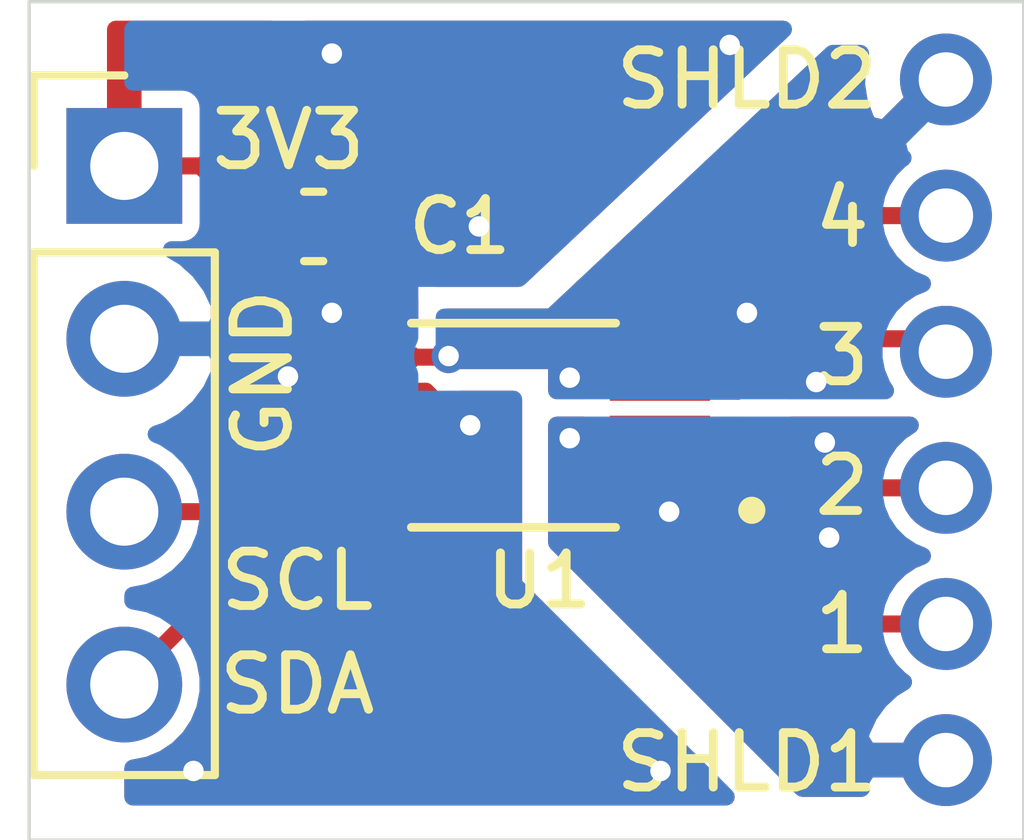
<source format=kicad_pcb>
(kicad_pcb (version 20171130) (host pcbnew "(5.1.10)-1")

  (general
    (thickness 1.6)
    (drawings 14)
    (tracks 52)
    (zones 0)
    (modules 4)
    (nets 11)
  )

  (page A4)
  (layers
    (0 F.Cu signal)
    (31 B.Cu signal)
    (32 B.Adhes user)
    (33 F.Adhes user)
    (34 B.Paste user)
    (35 F.Paste user)
    (36 B.SilkS user)
    (37 F.SilkS user)
    (38 B.Mask user)
    (39 F.Mask user)
    (40 Dwgs.User user)
    (41 Cmts.User user)
    (42 Eco1.User user)
    (43 Eco2.User user)
    (44 Edge.Cuts user)
    (45 Margin user)
    (46 B.CrtYd user hide)
    (47 F.CrtYd user hide)
    (48 B.Fab user hide)
    (49 F.Fab user hide)
  )

  (setup
    (last_trace_width 0.25)
    (trace_clearance 0.2)
    (zone_clearance 0.254)
    (zone_45_only no)
    (trace_min 0.2)
    (via_size 0.5)
    (via_drill 0.3)
    (via_min_size 0.4)
    (via_min_drill 0.3)
    (uvia_size 0.3)
    (uvia_drill 0.1)
    (uvias_allowed no)
    (uvia_min_size 0.2)
    (uvia_min_drill 0.1)
    (edge_width 0.05)
    (segment_width 0.2)
    (pcb_text_width 0.3)
    (pcb_text_size 1.5 1.5)
    (mod_edge_width 0.12)
    (mod_text_size 1 1)
    (mod_text_width 0.15)
    (pad_size 1.524 1.524)
    (pad_drill 0.762)
    (pad_to_mask_clearance 0)
    (aux_axis_origin 0 0)
    (visible_elements FFFFFF7F)
    (pcbplotparams
      (layerselection 0x010fc_ffffffff)
      (usegerberextensions false)
      (usegerberattributes true)
      (usegerberadvancedattributes true)
      (creategerberjobfile true)
      (excludeedgelayer true)
      (linewidth 0.100000)
      (plotframeref false)
      (viasonmask false)
      (mode 1)
      (useauxorigin false)
      (hpglpennumber 1)
      (hpglpenspeed 20)
      (hpglpendiameter 15.000000)
      (psnegative false)
      (psa4output false)
      (plotreference true)
      (plotvalue true)
      (plotinvisibletext false)
      (padsonsilk false)
      (subtractmaskfromsilk false)
      (outputformat 1)
      (mirror false)
      (drillshape 0)
      (scaleselection 1)
      (outputdirectory "gerbers/"))
  )

  (net 0 "")
  (net 1 GND)
  (net 2 +3V3)
  (net 3 SDA)
  (net 4 SCL)
  (net 5 SHLD1)
  (net 6 CIN1)
  (net 7 CIN2)
  (net 8 CIN3)
  (net 9 CIN4)
  (net 10 SHLD2)

  (net_class Default "This is the default net class."
    (clearance 0.2)
    (trace_width 0.25)
    (via_dia 0.5)
    (via_drill 0.3)
    (uvia_dia 0.3)
    (uvia_drill 0.1)
    (add_net +3V3)
    (add_net CIN1)
    (add_net CIN2)
    (add_net CIN3)
    (add_net CIN4)
    (add_net GND)
    (add_net SCL)
    (add_net SDA)
    (add_net SHLD1)
    (add_net SHLD2)
  )

  (module Connector_PinHeader_2.00mm:PinHeader_1x06_P2.00mm_Vertical (layer F.Cu) (tedit 6102FD09) (tstamp 61035FFF)
    (at 146.685 99.06)
    (descr "Through hole straight pin header, 1x06, 2.00mm pitch, single row")
    (tags "Through hole pin header THT 1x06 2.00mm single row")
    (path /610307C9)
    (fp_text reference J2 (at 0 -2.06) (layer F.SilkS) hide
      (effects (font (size 1 1) (thickness 0.15)))
    )
    (fp_text value Sense (at 0 12.06) (layer F.Fab)
      (effects (font (size 1 1) (thickness 0.15)))
    )
    (fp_text user %R (at 0 5 90) (layer F.Fab)
      (effects (font (size 1 1) (thickness 0.15)))
    )
    (pad 6 thru_hole oval (at 0 10) (size 1.35 1.35) (drill 0.8) (layers *.Cu *.Mask)
      (net 5 SHLD1))
    (pad 5 thru_hole oval (at 0 8) (size 1.35 1.35) (drill 0.8) (layers *.Cu *.Mask)
      (net 6 CIN1))
    (pad 4 thru_hole oval (at 0 6) (size 1.35 1.35) (drill 0.8) (layers *.Cu *.Mask)
      (net 7 CIN2))
    (pad 3 thru_hole oval (at 0 4) (size 1.35 1.35) (drill 0.8) (layers *.Cu *.Mask)
      (net 8 CIN3))
    (pad 2 thru_hole oval (at 0 2) (size 1.35 1.35) (drill 0.8) (layers *.Cu *.Mask)
      (net 9 CIN4))
    (pad 1 thru_hole circle (at 0 0) (size 1.35 1.35) (drill 0.8) (layers *.Cu *.Mask)
      (net 10 SHLD2))
    (model ${KISYS3DMOD}/Connector_PinHeader_2.00mm.3dshapes/PinHeader_1x06_P2.00mm_Vertical.wrl
      (at (xyz 0 0 0))
      (scale (xyz 1 1 1))
      (rotate (xyz 0 0 0))
    )
  )

  (module FDC1004DGSR:SOP50P490X110-10N (layer F.Cu) (tedit 6102DAFA) (tstamp 61035307)
    (at 140.335 104.14 180)
    (path /6102DEA1)
    (fp_text reference U1 (at -0.381 -2.286) (layer F.SilkS)
      (effects (font (size 0.75 0.75) (thickness 0.13)))
    )
    (fp_text value FDC1004DGSR (at 5.636 2.508) (layer F.Fab) hide
      (effects (font (size 0.8 0.8) (thickness 0.15)))
    )
    (fp_circle (center -3.5 -1.25) (end -3.4 -1.25) (layer F.SilkS) (width 0.2))
    (fp_circle (center -3.5 -1.25) (end -3.4 -1.25) (layer F.Fab) (width 0.2))
    (fp_line (start -1.5 -1.5) (end 1.5 -1.5) (layer F.Fab) (width 0.127))
    (fp_line (start -1.5 1.5) (end 1.5 1.5) (layer F.Fab) (width 0.127))
    (fp_line (start -1.5 -1.5) (end 1.5 -1.5) (layer F.SilkS) (width 0.127))
    (fp_line (start -1.5 1.5) (end 1.5 1.5) (layer F.SilkS) (width 0.127))
    (fp_line (start -1.5 -1.5) (end -1.5 1.5) (layer F.Fab) (width 0.127))
    (fp_line (start 1.5 -1.5) (end 1.5 1.5) (layer F.Fab) (width 0.127))
    (fp_line (start -3.135 -1.75) (end 3.135 -1.75) (layer F.CrtYd) (width 0.05))
    (fp_line (start -3.135 1.75) (end 3.135 1.75) (layer F.CrtYd) (width 0.05))
    (fp_line (start -3.135 -1.75) (end -3.135 1.75) (layer F.CrtYd) (width 0.05))
    (fp_line (start 3.135 -1.75) (end 3.135 1.75) (layer F.CrtYd) (width 0.05))
    (pad 10 smd rect (at 2.15 -1 180) (size 1.47 0.28) (layers F.Cu F.Paste F.Mask)
      (net 3 SDA))
    (pad 9 smd rect (at 2.15 -0.5 180) (size 1.47 0.28) (layers F.Cu F.Paste F.Mask)
      (net 4 SCL))
    (pad 8 smd rect (at 2.15 0 180) (size 1.47 0.28) (layers F.Cu F.Paste F.Mask)
      (net 2 +3V3))
    (pad 7 smd rect (at 2.15 0.5 180) (size 1.47 0.28) (layers F.Cu F.Paste F.Mask)
      (net 1 GND))
    (pad 6 smd rect (at 2.15 1 180) (size 1.47 0.28) (layers F.Cu F.Paste F.Mask)
      (net 10 SHLD2))
    (pad 5 smd rect (at -2.15 1 180) (size 1.47 0.28) (layers F.Cu F.Paste F.Mask)
      (net 9 CIN4))
    (pad 4 smd rect (at -2.15 0.5 180) (size 1.47 0.28) (layers F.Cu F.Paste F.Mask)
      (net 8 CIN3))
    (pad 3 smd rect (at -2.15 0 180) (size 1.47 0.28) (layers F.Cu F.Paste F.Mask)
      (net 7 CIN2))
    (pad 2 smd rect (at -2.15 -0.5 180) (size 1.47 0.28) (layers F.Cu F.Paste F.Mask)
      (net 6 CIN1))
    (pad 1 smd rect (at -2.15 -1 180) (size 1.47 0.28) (layers F.Cu F.Paste F.Mask)
      (net 5 SHLD1))
  )

  (module Connector_PinHeader_2.54mm:PinHeader_1x04_P2.54mm_Vertical (layer F.Cu) (tedit 59FED5CC) (tstamp 610353D7)
    (at 134.62 100.33)
    (descr "Through hole straight pin header, 1x04, 2.54mm pitch, single row")
    (tags "Through hole pin header THT 1x04 2.54mm single row")
    (path /61032953)
    (fp_text reference J1 (at 0 -2.33) (layer F.SilkS) hide
      (effects (font (size 1 1) (thickness 0.15)))
    )
    (fp_text value Breakout (at 0 9.95) (layer F.Fab)
      (effects (font (size 1 1) (thickness 0.15)))
    )
    (fp_text user %R (at 0 3.81 90) (layer F.Fab)
      (effects (font (size 1 1) (thickness 0.15)))
    )
    (fp_line (start -0.635 -1.27) (end 1.27 -1.27) (layer F.Fab) (width 0.1))
    (fp_line (start 1.27 -1.27) (end 1.27 8.89) (layer F.Fab) (width 0.1))
    (fp_line (start 1.27 8.89) (end -1.27 8.89) (layer F.Fab) (width 0.1))
    (fp_line (start -1.27 8.89) (end -1.27 -0.635) (layer F.Fab) (width 0.1))
    (fp_line (start -1.27 -0.635) (end -0.635 -1.27) (layer F.Fab) (width 0.1))
    (fp_line (start -1.33 8.95) (end 1.33 8.95) (layer F.SilkS) (width 0.12))
    (fp_line (start -1.33 1.27) (end -1.33 8.95) (layer F.SilkS) (width 0.12))
    (fp_line (start 1.33 1.27) (end 1.33 8.95) (layer F.SilkS) (width 0.12))
    (fp_line (start -1.33 1.27) (end 1.33 1.27) (layer F.SilkS) (width 0.12))
    (fp_line (start -1.33 0) (end -1.33 -1.33) (layer F.SilkS) (width 0.12))
    (fp_line (start -1.33 -1.33) (end 0 -1.33) (layer F.SilkS) (width 0.12))
    (fp_line (start -1.8 -1.8) (end -1.8 9.4) (layer F.CrtYd) (width 0.05))
    (fp_line (start -1.8 9.4) (end 1.8 9.4) (layer F.CrtYd) (width 0.05))
    (fp_line (start 1.8 9.4) (end 1.8 -1.8) (layer F.CrtYd) (width 0.05))
    (fp_line (start 1.8 -1.8) (end -1.8 -1.8) (layer F.CrtYd) (width 0.05))
    (pad 4 thru_hole oval (at 0 7.62) (size 1.7 1.7) (drill 1) (layers *.Cu *.Mask)
      (net 3 SDA))
    (pad 3 thru_hole oval (at 0 5.08) (size 1.7 1.7) (drill 1) (layers *.Cu *.Mask)
      (net 4 SCL))
    (pad 2 thru_hole oval (at 0 2.54) (size 1.7 1.7) (drill 1) (layers *.Cu *.Mask)
      (net 1 GND))
    (pad 1 thru_hole rect (at 0 0) (size 1.7 1.7) (drill 1) (layers *.Cu *.Mask)
      (net 2 +3V3))
    (model ${KISYS3DMOD}/Connector_PinHeader_2.54mm.3dshapes/PinHeader_1x04_P2.54mm_Vertical.wrl
      (at (xyz 0 0 0))
      (scale (xyz 1 1 1))
      (rotate (xyz 0 0 0))
    )
  )

  (module Capacitor_SMD:C_0603_1608Metric (layer F.Cu) (tedit 5F68FEEE) (tstamp 610368AC)
    (at 137.401 101.219)
    (descr "Capacitor SMD 0603 (1608 Metric), square (rectangular) end terminal, IPC_7351 nominal, (Body size source: IPC-SM-782 page 76, https://www.pcb-3d.com/wordpress/wp-content/uploads/ipc-sm-782a_amendment_1_and_2.pdf), generated with kicad-footprint-generator")
    (tags capacitor)
    (path /61034255)
    (attr smd)
    (fp_text reference C1 (at 2.146 0) (layer F.SilkS)
      (effects (font (size 0.75 0.75) (thickness 0.13)))
    )
    (fp_text value 1u (at 0 1.43) (layer F.Fab) hide
      (effects (font (size 1 1) (thickness 0.15)))
    )
    (fp_text user %R (at 0 0) (layer F.Fab)
      (effects (font (size 0.4 0.4) (thickness 0.06)))
    )
    (fp_line (start -0.8 0.4) (end -0.8 -0.4) (layer F.Fab) (width 0.1))
    (fp_line (start -0.8 -0.4) (end 0.8 -0.4) (layer F.Fab) (width 0.1))
    (fp_line (start 0.8 -0.4) (end 0.8 0.4) (layer F.Fab) (width 0.1))
    (fp_line (start 0.8 0.4) (end -0.8 0.4) (layer F.Fab) (width 0.1))
    (fp_line (start -0.14058 -0.51) (end 0.14058 -0.51) (layer F.SilkS) (width 0.12))
    (fp_line (start -0.14058 0.51) (end 0.14058 0.51) (layer F.SilkS) (width 0.12))
    (fp_line (start -1.48 0.73) (end -1.48 -0.73) (layer F.CrtYd) (width 0.05))
    (fp_line (start -1.48 -0.73) (end 1.48 -0.73) (layer F.CrtYd) (width 0.05))
    (fp_line (start 1.48 -0.73) (end 1.48 0.73) (layer F.CrtYd) (width 0.05))
    (fp_line (start 1.48 0.73) (end -1.48 0.73) (layer F.CrtYd) (width 0.05))
    (pad 2 smd roundrect (at 0.775 0) (size 0.9 0.95) (layers F.Cu F.Paste F.Mask) (roundrect_rratio 0.25)
      (net 1 GND))
    (pad 1 smd roundrect (at -0.775 0) (size 0.9 0.95) (layers F.Cu F.Paste F.Mask) (roundrect_rratio 0.25)
      (net 2 +3V3))
    (model ${KISYS3DMOD}/Capacitor_SMD.3dshapes/C_0603_1608Metric.wrl
      (at (xyz 0 0 0))
      (scale (xyz 1 1 1))
      (rotate (xyz 0 0 0))
    )
  )

  (gr_text 1 (at 145.161 107.061) (layer F.SilkS) (tstamp 610365B7)
    (effects (font (size 0.8 0.8) (thickness 0.13)))
  )
  (gr_text 2 (at 145.161 105.029) (layer F.SilkS) (tstamp 610365B7)
    (effects (font (size 0.8 0.8) (thickness 0.13)))
  )
  (gr_text 3 (at 145.161 103.124) (layer F.SilkS) (tstamp 610365B7)
    (effects (font (size 0.8 0.8) (thickness 0.13)))
  )
  (gr_text 4 (at 145.161 101.092) (layer F.SilkS) (tstamp 6103659C)
    (effects (font (size 0.8 0.8) (thickness 0.13)))
  )
  (gr_text SHLD1 (at 143.764 109.093) (layer F.SilkS) (tstamp 610365A2)
    (effects (font (size 0.8 0.8) (thickness 0.13)))
  )
  (gr_text SHLD2 (at 143.764 99.06) (layer F.SilkS)
    (effects (font (size 0.8 0.8) (thickness 0.13)))
  )
  (gr_text SDA (at 137.16 107.95) (layer F.SilkS) (tstamp 6103628C)
    (effects (font (size 0.8 0.8) (thickness 0.13)))
  )
  (gr_text SCL (at 137.16 106.426) (layer F.SilkS) (tstamp 6103628C)
    (effects (font (size 0.8 0.8) (thickness 0.13)))
  )
  (gr_text 3V3 (at 137.033 99.949) (layer F.SilkS)
    (effects (font (size 0.8 0.8) (thickness 0.13)))
  )
  (gr_text GND (at 136.652 103.378 90) (layer F.SilkS)
    (effects (font (size 0.8 0.8) (thickness 0.13)))
  )
  (gr_line (start 133.223 110.236) (end 133.223 97.917) (layer Edge.Cuts) (width 0.05) (tstamp 61035F6E))
  (gr_line (start 147.828 110.236) (end 133.223 110.236) (layer Edge.Cuts) (width 0.05))
  (gr_line (start 147.828 97.917) (end 147.828 110.236) (layer Edge.Cuts) (width 0.05))
  (gr_line (start 147.828 97.917) (end 133.223 97.917) (layer Edge.Cuts) (width 0.05))

  (via (at 139.827 101.219) (size 0.5) (drill 0.3) (layers F.Cu B.Cu) (net 1))
  (via (at 143.51 98.552) (size 0.5) (drill 0.3) (layers F.Cu B.Cu) (net 1))
  (via (at 137.668 98.679) (size 0.5) (drill 0.3) (layers F.Cu B.Cu) (net 1))
  (via (at 135.636 109.22) (size 0.5) (drill 0.3) (layers F.Cu B.Cu) (net 1))
  (via (at 142.494 109.22) (size 0.5) (drill 0.3) (layers F.Cu B.Cu) (net 1))
  (via (at 137.668 102.489) (size 0.5) (drill 0.3) (layers F.Cu B.Cu) (net 1) (status 1000000))
  (segment (start 139.547498 104.14) (end 139.7 104.14) (width 0.25) (layer F.Cu) (net 1) (status 1000000))
  (segment (start 138.185 103.64) (end 139.047498 103.64) (width 0.25) (layer F.Cu) (net 1) (status 1000000))
  (segment (start 139.047498 103.64) (end 139.547498 104.14) (width 0.25) (layer F.Cu) (net 1) (status 1000000))
  (via (at 139.7 104.14) (size 0.5) (drill 0.3) (layers F.Cu B.Cu) (net 1) (status 1000000))
  (segment (start 137.239617 103.64) (end 137.023683 103.424066) (width 0.25) (layer F.Cu) (net 1) (status 1000000))
  (segment (start 138.185 103.64) (end 137.239617 103.64) (width 0.25) (layer F.Cu) (net 1) (status 1000000))
  (via (at 137.023683 103.424066) (size 0.5) (drill 0.3) (layers F.Cu B.Cu) (net 1) (status 1000000))
  (segment (start 138.185 104.14) (end 136.652 104.14) (width 0.25) (layer F.Cu) (net 2) (status 1000000))
  (segment (start 134.62 100.33) (end 135.737 100.33) (width 0.25) (layer F.Cu) (net 2) (status 1000000))
  (segment (start 135.763 100.33) (end 136.017 100.076) (width 0.25) (layer F.Cu) (net 2) (status 1000000))
  (segment (start 134.62 100.33) (end 135.763 100.33) (width 0.25) (layer F.Cu) (net 2))
  (segment (start 135.737 100.33) (end 136.626 101.219) (width 0.25) (layer F.Cu) (net 2))
  (segment (start 137.43 105.14) (end 138.185 105.14) (width 0.25) (layer F.Cu) (net 3))
  (segment (start 134.62 107.95) (end 137.43 105.14) (width 0.25) (layer F.Cu) (net 3))
  (segment (start 134.62 105.41) (end 135.89 105.41) (width 0.25) (layer F.Cu) (net 4))
  (segment (start 136.66 104.64) (end 138.185 104.64) (width 0.25) (layer F.Cu) (net 4))
  (segment (start 135.89 105.41) (end 136.66 104.64) (width 0.25) (layer F.Cu) (net 4))
  (via (at 142.621 105.41) (size 0.5) (drill 0.3) (layers F.Cu B.Cu) (net 5))
  (segment (start 142.485 105.274) (end 142.621 105.41) (width 0.25) (layer F.Cu) (net 5))
  (segment (start 142.485 105.14) (end 142.485 105.274) (width 0.25) (layer F.Cu) (net 5))
  (via (at 144.9705 105.791) (size 0.5) (drill 0.3) (layers F.Cu B.Cu) (net 5))
  (via (at 144.907 104.394) (size 0.5) (drill 0.3) (layers F.Cu B.Cu) (net 5))
  (via (at 141.1605 104.3305) (size 0.5) (drill 0.3) (layers F.Cu B.Cu) (net 5))
  (segment (start 144.8425 107.06) (end 146.685 107.06) (width 0.25) (layer F.Cu) (net 6))
  (segment (start 143.545001 105.762501) (end 144.8425 107.06) (width 0.25) (layer F.Cu) (net 6))
  (segment (start 143.545001 104.739999) (end 143.545001 105.762501) (width 0.25) (layer F.Cu) (net 6))
  (segment (start 143.445002 104.64) (end 143.545001 104.739999) (width 0.25) (layer F.Cu) (net 6))
  (segment (start 142.485 104.64) (end 143.445002 104.64) (width 0.25) (layer F.Cu) (net 6))
  (segment (start 145.257 105.06) (end 146.685 105.06) (width 0.25) (layer F.Cu) (net 7))
  (segment (start 144.6205 105.06) (end 145.257 105.06) (width 0.25) (layer F.Cu) (net 7))
  (segment (start 143.7005 104.14) (end 144.6205 105.06) (width 0.25) (layer F.Cu) (net 7))
  (segment (start 142.485 104.14) (end 143.7005 104.14) (width 0.25) (layer F.Cu) (net 7))
  (segment (start 146.495 102.87) (end 146.685 103.06) (width 0.25) (layer F.Cu) (net 8))
  (segment (start 143.629 103.64) (end 144.399 102.87) (width 0.25) (layer F.Cu) (net 8))
  (segment (start 144.399 102.87) (end 146.495 102.87) (width 0.25) (layer F.Cu) (net 8))
  (segment (start 142.485 103.64) (end 143.629 103.64) (width 0.25) (layer F.Cu) (net 8))
  (segment (start 142.485 103.14) (end 142.485 102.8155) (width 0.25) (layer F.Cu) (net 9))
  (segment (start 144.2405 101.06) (end 145.764 101.06) (width 0.25) (layer F.Cu) (net 9))
  (segment (start 142.485 102.8155) (end 144.2405 101.06) (width 0.25) (layer F.Cu) (net 9))
  (segment (start 145.764 101.06) (end 146.685 101.06) (width 0.25) (layer F.Cu) (net 9))
  (via (at 139.3825 103.124) (size 0.5) (drill 0.3) (layers F.Cu B.Cu) (net 10))
  (segment (start 139.3665 103.14) (end 139.3825 103.124) (width 0.25) (layer F.Cu) (net 10))
  (segment (start 138.185 103.14) (end 139.3665 103.14) (width 0.25) (layer F.Cu) (net 10))
  (via (at 141.1605 103.4415) (size 0.5) (drill 0.3) (layers F.Cu B.Cu) (net 10))
  (via (at 143.764 102.489) (size 0.5) (drill 0.3) (layers F.Cu B.Cu) (net 10))
  (via (at 144.78 103.505) (size 0.5) (drill 0.3) (layers F.Cu B.Cu) (net 10))

  (zone (net 5) (net_name SHLD1) (layer B.Cu) (tstamp 61036980) (hatch edge 0.508)
    (connect_pads (clearance 0.254))
    (min_thickness 0.254)
    (fill yes (arc_segments 32) (thermal_gap 0.508) (thermal_bridge_width 0.508))
    (polygon
      (pts
        (xy 147.066 109.601) (xy 144.526 109.601) (xy 140.843 105.918) (xy 140.843 104.013) (xy 147.066 104.013)
      )
    )
    (filled_polygon
      (pts
        (xy 146.011839 104.239751) (xy 145.864751 104.386839) (xy 145.749185 104.559796) (xy 145.669581 104.751976) (xy 145.629 104.955993)
        (xy 145.629 105.164007) (xy 145.669581 105.368024) (xy 145.749185 105.560204) (xy 145.864751 105.733161) (xy 146.011839 105.880249)
        (xy 146.184796 105.995815) (xy 146.339751 106.06) (xy 146.184796 106.124185) (xy 146.011839 106.239751) (xy 145.864751 106.386839)
        (xy 145.749185 106.559796) (xy 145.669581 106.751976) (xy 145.629 106.955993) (xy 145.629 107.164007) (xy 145.669581 107.368024)
        (xy 145.749185 107.560204) (xy 145.864751 107.733161) (xy 146.011839 107.880249) (xy 146.061283 107.913286) (xy 145.895463 108.014656)
        (xy 145.706697 108.188773) (xy 145.555527 108.396371) (xy 145.447762 108.629472) (xy 145.41709 108.7306) (xy 145.540776 108.933)
        (xy 146.558 108.933) (xy 146.558 108.913) (xy 146.812 108.913) (xy 146.812 108.933) (xy 146.832 108.933)
        (xy 146.832 109.187) (xy 146.812 109.187) (xy 146.812 109.207) (xy 146.558 109.207) (xy 146.558 109.187)
        (xy 145.540776 109.187) (xy 145.41709 109.3894) (xy 145.442749 109.474) (xy 144.578606 109.474) (xy 140.97 105.865394)
        (xy 140.97 104.14) (xy 146.161127 104.14)
      )
    )
  )
  (zone (net 5) (net_name SHLD1) (layer F.Cu) (tstamp 6103697D) (hatch edge 0.508)
    (connect_pads (clearance 0.254))
    (min_thickness 0.254)
    (fill yes (arc_segments 32) (thermal_gap 0.508) (thermal_bridge_width 0.508))
    (polygon
      (pts
        (xy 147.066 109.601) (xy 144.526 109.601) (xy 140.843 105.918) (xy 140.843 104.013) (xy 147.066 104.013)
      )
    )
    (filled_polygon
      (pts
        (xy 141.367157 104.28) (xy 141.374513 104.354689) (xy 141.385224 104.39) (xy 141.374513 104.425311) (xy 141.367891 104.492551)
        (xy 141.305671 104.542062) (xy 141.224869 104.637545) (xy 141.164248 104.746958) (xy 141.126137 104.866094) (xy 141.115 104.96825)
        (xy 141.27375 105.127) (xy 141.590956 105.127) (xy 141.603492 105.133701) (xy 141.667112 105.153) (xy 141.27375 105.153)
        (xy 141.115 105.31175) (xy 141.126137 105.413906) (xy 141.164248 105.533042) (xy 141.224869 105.642455) (xy 141.305671 105.737938)
        (xy 141.403548 105.815823) (xy 141.514739 105.873117) (xy 141.634971 105.907618) (xy 141.759623 105.917999) (xy 142.19925 105.915)
        (xy 142.358 105.75625) (xy 142.358 105.162843) (xy 142.612 105.162843) (xy 142.612 105.75625) (xy 142.77075 105.915)
        (xy 143.063098 105.916994) (xy 143.075256 105.957075) (xy 143.075257 105.957076) (xy 143.122243 106.04498) (xy 143.185475 106.122028)
        (xy 143.204781 106.137872) (xy 144.467128 107.40022) (xy 144.482973 107.419527) (xy 144.560021 107.482759) (xy 144.647925 107.529745)
        (xy 144.743307 107.558678) (xy 144.8425 107.568448) (xy 144.867354 107.566) (xy 145.753058 107.566) (xy 145.864751 107.733161)
        (xy 146.011839 107.880249) (xy 146.061283 107.913286) (xy 145.895463 108.014656) (xy 145.706697 108.188773) (xy 145.555527 108.396371)
        (xy 145.447762 108.629472) (xy 145.41709 108.7306) (xy 145.540776 108.933) (xy 146.558 108.933) (xy 146.558 108.913)
        (xy 146.812 108.913) (xy 146.812 108.933) (xy 146.832 108.933) (xy 146.832 109.187) (xy 146.812 109.187)
        (xy 146.812 109.207) (xy 146.558 109.207) (xy 146.558 109.187) (xy 145.540776 109.187) (xy 145.41709 109.3894)
        (xy 145.442749 109.474) (xy 144.578606 109.474) (xy 140.97 105.865394) (xy 140.97 104.14) (xy 141.367157 104.14)
      )
    )
    (filled_polygon
      (pts
        (xy 144.245128 105.40022) (xy 144.260973 105.419527) (xy 144.338021 105.482759) (xy 144.425925 105.529745) (xy 144.499107 105.551944)
        (xy 144.521306 105.558678) (xy 144.531194 105.559652) (xy 144.595646 105.566) (xy 144.595653 105.566) (xy 144.620499 105.568447)
        (xy 144.645345 105.566) (xy 145.753058 105.566) (xy 145.864751 105.733161) (xy 146.011839 105.880249) (xy 146.184796 105.995815)
        (xy 146.339751 106.06) (xy 146.184796 106.124185) (xy 146.011839 106.239751) (xy 145.864751 106.386839) (xy 145.753058 106.554)
        (xy 145.052092 106.554) (xy 144.051001 105.55291) (xy 144.051001 105.206093)
      )
    )
    (filled_polygon
      (pts
        (xy 146.011839 104.239751) (xy 145.864751 104.386839) (xy 145.753058 104.554) (xy 144.830092 104.554) (xy 144.416091 104.14)
        (xy 146.161127 104.14)
      )
    )
  )
  (zone (net 10) (net_name SHLD2) (layer F.Cu) (tstamp 6103697A) (hatch edge 0.508)
    (connect_pads (clearance 0.254))
    (min_thickness 0.254)
    (fill yes (arc_segments 32) (thermal_gap 0.508) (thermal_bridge_width 0.508))
    (polygon
      (pts
        (xy 147.066 103.759) (xy 140.843 103.759) (xy 140.843 103.3145) (xy 139.192 103.3145) (xy 139.192 102.4255)
        (xy 140.843 102.4255) (xy 144.9705 98.552) (xy 147.066 98.552)
      )
    )
    (filled_polygon
      (pts
        (xy 145.381355 98.877633) (xy 145.370826 99.135465) (xy 145.4108 99.390398) (xy 145.499741 99.632633) (xy 145.550379 99.72737)
        (xy 145.7816 99.783795) (xy 146.505395 99.06) (xy 146.491253 99.045858) (xy 146.670858 98.866253) (xy 146.685 98.880395)
        (xy 146.699143 98.866253) (xy 146.878748 99.045858) (xy 146.864605 99.06) (xy 146.878748 99.074143) (xy 146.699143 99.253748)
        (xy 146.685 99.239605) (xy 145.961205 99.9634) (xy 146.01763 100.194621) (xy 146.05411 100.211507) (xy 146.011839 100.239751)
        (xy 145.864751 100.386839) (xy 145.753058 100.554) (xy 144.265354 100.554) (xy 144.2405 100.551552) (xy 144.215646 100.554)
        (xy 144.141307 100.561322) (xy 144.045925 100.590255) (xy 143.958021 100.637241) (xy 143.880973 100.700473) (xy 143.865128 100.71978)
        (xy 142.144781 102.440128) (xy 142.125474 102.455973) (xy 142.062242 102.533021) (xy 142.037127 102.580008) (xy 142.01727 102.617157)
        (xy 141.75 102.617157) (xy 141.675311 102.624513) (xy 141.603492 102.646299) (xy 141.537304 102.681678) (xy 141.479289 102.729289)
        (xy 141.431678 102.787304) (xy 141.396299 102.853492) (xy 141.374513 102.925311) (xy 141.367157 103) (xy 141.367157 103.28)
        (xy 141.374513 103.354689) (xy 141.385224 103.39) (xy 141.374513 103.425311) (xy 141.367157 103.5) (xy 141.367157 103.632)
        (xy 140.97 103.632) (xy 140.97 103.3145) (xy 140.96756 103.289724) (xy 140.960333 103.265899) (xy 140.948597 103.243943)
        (xy 140.932803 103.224697) (xy 140.913557 103.208903) (xy 140.891601 103.197167) (xy 140.867776 103.18994) (xy 140.843 103.1875)
        (xy 139.43075 103.1875) (xy 139.39625 103.153) (xy 139.319 103.153) (xy 139.319 103.127) (xy 139.39625 103.127)
        (xy 139.555 102.96825) (xy 139.543863 102.866094) (xy 139.505752 102.746958) (xy 139.445131 102.637545) (xy 139.373162 102.5525)
        (xy 140.843 102.5525) (xy 140.867776 102.55006) (xy 140.891601 102.542833) (xy 140.913557 102.531097) (xy 140.929908 102.518107)
        (xy 145.02076 98.679) (xy 145.429367 98.679)
      )
    )
    (filled_polygon
      (pts
        (xy 145.749185 103.560204) (xy 145.797157 103.632) (xy 144.352591 103.632) (xy 144.608592 103.376) (xy 145.672885 103.376)
      )
    )
    (filled_polygon
      (pts
        (xy 145.864751 101.733161) (xy 146.011839 101.880249) (xy 146.184796 101.995815) (xy 146.339751 102.06) (xy 146.184796 102.124185)
        (xy 146.011839 102.239751) (xy 145.88759 102.364) (xy 144.423845 102.364) (xy 144.398999 102.361553) (xy 144.374153 102.364)
        (xy 144.374146 102.364) (xy 144.309694 102.370348) (xy 144.299806 102.371322) (xy 144.277607 102.378056) (xy 144.204425 102.400255)
        (xy 144.116521 102.447241) (xy 144.039473 102.510473) (xy 144.023628 102.52978) (xy 143.598411 102.954998) (xy 143.595487 102.925311)
        (xy 143.573701 102.853492) (xy 143.538322 102.787304) (xy 143.490711 102.729289) (xy 143.432696 102.681678) (xy 143.368648 102.647443)
        (xy 144.450092 101.566) (xy 145.753058 101.566)
      )
    )
  )
  (zone (net 10) (net_name SHLD2) (layer B.Cu) (tstamp 61036977) (hatch edge 0.508)
    (connect_pads (clearance 0.254))
    (min_thickness 0.254)
    (fill yes (arc_segments 32) (thermal_gap 0.508) (thermal_bridge_width 0.508))
    (polygon
      (pts
        (xy 147.066 103.759) (xy 140.843 103.759) (xy 140.843 103.3145) (xy 139.192 103.3145) (xy 139.192 102.4255)
        (xy 140.843 102.4255) (xy 144.9705 98.552) (xy 147.066 98.552)
      )
    )
    (filled_polygon
      (pts
        (xy 145.381355 98.877633) (xy 145.370826 99.135465) (xy 145.4108 99.390398) (xy 145.499741 99.632633) (xy 145.550379 99.72737)
        (xy 145.7816 99.783795) (xy 146.505395 99.06) (xy 146.491253 99.045858) (xy 146.670858 98.866253) (xy 146.685 98.880395)
        (xy 146.699143 98.866253) (xy 146.878748 99.045858) (xy 146.864605 99.06) (xy 146.878748 99.074143) (xy 146.699143 99.253748)
        (xy 146.685 99.239605) (xy 145.961205 99.9634) (xy 146.01763 100.194621) (xy 146.05411 100.211507) (xy 146.011839 100.239751)
        (xy 145.864751 100.386839) (xy 145.749185 100.559796) (xy 145.669581 100.751976) (xy 145.629 100.955993) (xy 145.629 101.164007)
        (xy 145.669581 101.368024) (xy 145.749185 101.560204) (xy 145.864751 101.733161) (xy 146.011839 101.880249) (xy 146.184796 101.995815)
        (xy 146.339751 102.06) (xy 146.184796 102.124185) (xy 146.011839 102.239751) (xy 145.864751 102.386839) (xy 145.749185 102.559796)
        (xy 145.669581 102.751976) (xy 145.629 102.955993) (xy 145.629 103.164007) (xy 145.669581 103.368024) (xy 145.749185 103.560204)
        (xy 145.797157 103.632) (xy 140.97 103.632) (xy 140.97 103.3145) (xy 140.96756 103.289724) (xy 140.960333 103.265899)
        (xy 140.948597 103.243943) (xy 140.932803 103.224697) (xy 140.913557 103.208903) (xy 140.891601 103.197167) (xy 140.867776 103.18994)
        (xy 140.843 103.1875) (xy 139.319 103.1875) (xy 139.319 102.5525) (xy 140.843 102.5525) (xy 140.867776 102.55006)
        (xy 140.891601 102.542833) (xy 140.913557 102.531097) (xy 140.929908 102.518107) (xy 145.02076 98.679) (xy 145.429367 98.679)
      )
    )
  )
  (zone (net 1) (net_name GND) (layer F.Cu) (tstamp 61036974) (hatch edge 0.508)
    (connect_pads (clearance 0.254))
    (min_thickness 0.254)
    (fill yes (arc_segments 32) (thermal_gap 0.508) (thermal_bridge_width 0.508))
    (polygon
      (pts
        (xy 140.462 102.108) (xy 138.938 102.108) (xy 138.938 103.632) (xy 140.462 103.632) (xy 140.462 106.426)
        (xy 143.764 109.728) (xy 134.62 109.728) (xy 134.62 104.902) (xy 137.16 104.902) (xy 137.16 99.822)
        (xy 137.16 99.568) (xy 137.16 98.044) (xy 144.78 98.044)
      )
    )
    (filled_polygon
      (pts
        (xy 140.335 106.426) (xy 140.33744 106.450776) (xy 140.344667 106.474601) (xy 140.356403 106.496557) (xy 140.372197 106.515803)
        (xy 143.457394 109.601) (xy 134.747 109.601) (xy 134.747 109.179855) (xy 134.979069 109.133693) (xy 135.203097 109.040898)
        (xy 135.404717 108.90618) (xy 135.57618 108.734717) (xy 135.710898 108.533097) (xy 135.803693 108.309069) (xy 135.851 108.071243)
        (xy 135.851 107.828757) (xy 135.803693 107.590931) (xy 135.771758 107.513833) (xy 137.622749 105.662843) (xy 138.92 105.662843)
        (xy 138.994689 105.655487) (xy 139.066508 105.633701) (xy 139.132696 105.598322) (xy 139.190711 105.550711) (xy 139.238322 105.492696)
        (xy 139.273701 105.426508) (xy 139.295487 105.354689) (xy 139.302843 105.28) (xy 139.302843 105) (xy 139.295487 104.925311)
        (xy 139.284776 104.89) (xy 139.295487 104.854689) (xy 139.302843 104.78) (xy 139.302843 104.5) (xy 139.295487 104.425311)
        (xy 139.284776 104.39) (xy 139.295487 104.354689) (xy 139.302109 104.287449) (xy 139.364329 104.237938) (xy 139.445131 104.142455)
        (xy 139.505752 104.033042) (xy 139.543863 103.913906) (xy 139.555 103.81175) (xy 139.510252 103.767002) (xy 139.555 103.767002)
        (xy 139.555 103.759) (xy 140.335 103.759)
      )
    )
    (filled_polygon
      (pts
        (xy 140.411635 101.981) (xy 139.192614 101.981) (xy 139.215502 101.93818) (xy 139.251812 101.818482) (xy 139.264072 101.694)
        (xy 139.261 101.50475) (xy 139.10225 101.346) (xy 138.303 101.346) (xy 138.303 102.17025) (xy 138.46175 102.329)
        (xy 138.626 102.332072) (xy 138.750482 102.319812) (xy 138.811 102.301454) (xy 138.811 102.617157) (xy 137.45 102.617157)
        (xy 137.375311 102.624513) (xy 137.303492 102.646299) (xy 137.287 102.655114) (xy 137.287 102.155185) (xy 137.371506 102.224537)
        (xy 137.48182 102.283502) (xy 137.601518 102.319812) (xy 137.726 102.332072) (xy 137.89025 102.329) (xy 138.049 102.17025)
        (xy 138.049 101.346) (xy 138.029 101.346) (xy 138.029 101.092) (xy 138.049 101.092) (xy 138.049 100.26775)
        (xy 138.303 100.26775) (xy 138.303 101.092) (xy 139.10225 101.092) (xy 139.261 100.93325) (xy 139.264072 100.744)
        (xy 139.251812 100.619518) (xy 139.215502 100.49982) (xy 139.156537 100.389506) (xy 139.077185 100.292815) (xy 138.980494 100.213463)
        (xy 138.87018 100.154498) (xy 138.750482 100.118188) (xy 138.626 100.105928) (xy 138.46175 100.109) (xy 138.303 100.26775)
        (xy 138.049 100.26775) (xy 137.89025 100.109) (xy 137.726 100.105928) (xy 137.601518 100.118188) (xy 137.48182 100.154498)
        (xy 137.371506 100.213463) (xy 137.287 100.282815) (xy 137.287 98.323) (xy 144.29826 98.323)
      )
    )
  )
  (zone (net 1) (net_name GND) (layer B.Cu) (tstamp 61036971) (hatch edge 0.508)
    (connect_pads (clearance 0.254))
    (min_thickness 0.254)
    (fill yes (arc_segments 32) (thermal_gap 0.508) (thermal_bridge_width 0.508))
    (polygon
      (pts
        (xy 140.462 102.108) (xy 138.938 102.108) (xy 138.938 103.632) (xy 140.462 103.632) (xy 140.462 106.426)
        (xy 143.764 109.728) (xy 134.62 109.728) (xy 134.62 98.044) (xy 144.78 98.044)
      )
    )
    (filled_polygon
      (pts
        (xy 140.411635 101.981) (xy 138.938 101.981) (xy 138.913224 101.98344) (xy 138.889399 101.990667) (xy 138.867443 102.002403)
        (xy 138.848197 102.018197) (xy 138.832403 102.037443) (xy 138.820667 102.059399) (xy 138.81344 102.083224) (xy 138.811 102.108)
        (xy 138.811 102.85484) (xy 138.775749 102.939944) (xy 138.7515 103.061852) (xy 138.7515 103.186148) (xy 138.775749 103.308056)
        (xy 138.811 103.39316) (xy 138.811 103.632) (xy 138.81344 103.656776) (xy 138.820667 103.680601) (xy 138.832403 103.702557)
        (xy 138.848197 103.721803) (xy 138.867443 103.737597) (xy 138.889399 103.749333) (xy 138.913224 103.75656) (xy 138.938 103.759)
        (xy 140.335 103.759) (xy 140.335 106.426) (xy 140.33744 106.450776) (xy 140.344667 106.474601) (xy 140.356403 106.496557)
        (xy 140.372197 106.515803) (xy 143.457394 109.601) (xy 134.747 109.601) (xy 134.747 109.179855) (xy 134.979069 109.133693)
        (xy 135.203097 109.040898) (xy 135.404717 108.90618) (xy 135.57618 108.734717) (xy 135.710898 108.533097) (xy 135.803693 108.309069)
        (xy 135.851 108.071243) (xy 135.851 107.828757) (xy 135.803693 107.590931) (xy 135.710898 107.366903) (xy 135.57618 107.165283)
        (xy 135.404717 106.99382) (xy 135.203097 106.859102) (xy 134.979069 106.766307) (xy 134.747 106.720145) (xy 134.747 106.639855)
        (xy 134.979069 106.593693) (xy 135.203097 106.500898) (xy 135.404717 106.36618) (xy 135.57618 106.194717) (xy 135.710898 105.993097)
        (xy 135.803693 105.769069) (xy 135.851 105.531243) (xy 135.851 105.288757) (xy 135.803693 105.050931) (xy 135.710898 104.826903)
        (xy 135.57618 104.625283) (xy 135.404717 104.45382) (xy 135.203097 104.319102) (xy 135.088832 104.271772) (xy 135.251252 104.214157)
        (xy 135.501355 104.065178) (xy 135.717588 103.870269) (xy 135.891641 103.63692) (xy 136.016825 103.374099) (xy 136.061476 103.22689)
        (xy 135.940155 102.997) (xy 134.747 102.997) (xy 134.747 102.743) (xy 135.940155 102.743) (xy 136.061476 102.51311)
        (xy 136.016825 102.365901) (xy 135.891641 102.10308) (xy 135.717588 101.869731) (xy 135.501355 101.674822) (xy 135.313367 101.562843)
        (xy 135.47 101.562843) (xy 135.544689 101.555487) (xy 135.616508 101.533701) (xy 135.682696 101.498322) (xy 135.740711 101.450711)
        (xy 135.788322 101.392696) (xy 135.823701 101.326508) (xy 135.845487 101.254689) (xy 135.852843 101.18) (xy 135.852843 99.48)
        (xy 135.845487 99.405311) (xy 135.823701 99.333492) (xy 135.788322 99.267304) (xy 135.740711 99.209289) (xy 135.682696 99.161678)
        (xy 135.616508 99.126299) (xy 135.544689 99.104513) (xy 135.47 99.097157) (xy 134.747 99.097157) (xy 134.747 98.323)
        (xy 144.29826 98.323)
      )
    )
  )
  (zone (net 2) (net_name +3V3) (layer F.Cu) (tstamp 6103696E) (hatch edge 0.508)
    (connect_pads (clearance 0.254))
    (min_thickness 0.254)
    (fill yes (arc_segments 32) (thermal_gap 0.508) (thermal_bridge_width 0.508))
    (polygon
      (pts
        (xy 136.906 104.267) (xy 135.89 104.267) (xy 135.89 101.6635) (xy 134.366 101.6) (xy 134.366 98.044)
        (xy 136.906 98.044)
      )
    )
    (filled_polygon
      (pts
        (xy 136.779 100.24175) (xy 136.753 100.26775) (xy 136.753 101.092) (xy 136.773 101.092) (xy 136.773 101.346)
        (xy 136.753 101.346) (xy 136.753 102.17025) (xy 136.779 102.19625) (xy 136.779 102.842427) (xy 136.724792 102.864881)
        (xy 136.621444 102.933936) (xy 136.533553 103.021827) (xy 136.464498 103.125175) (xy 136.416932 103.24001) (xy 136.392683 103.361918)
        (xy 136.392683 103.486214) (xy 136.416932 103.608122) (xy 136.464498 103.722957) (xy 136.533553 103.826305) (xy 136.621444 103.914196)
        (xy 136.724792 103.983251) (xy 136.779 104.005705) (xy 136.779 104.134) (xy 136.684845 104.134) (xy 136.659999 104.131553)
        (xy 136.635153 104.134) (xy 136.635146 104.134) (xy 136.574227 104.14) (xy 136.017 104.14) (xy 136.017 102.309341)
        (xy 136.051518 102.319812) (xy 136.176 102.332072) (xy 136.34025 102.329) (xy 136.499 102.17025) (xy 136.499 101.346)
        (xy 136.479 101.346) (xy 136.479 101.092) (xy 136.499 101.092) (xy 136.499 100.26775) (xy 136.34025 100.109)
        (xy 136.176 100.105928) (xy 136.051518 100.118188) (xy 136.022155 100.127095) (xy 136.105 100.04425) (xy 136.108072 99.48)
        (xy 136.095812 99.355518) (xy 136.059502 99.23582) (xy 136.000537 99.125506) (xy 135.921185 99.028815) (xy 135.824494 98.949463)
        (xy 135.71418 98.890498) (xy 135.594482 98.854188) (xy 135.47 98.841928) (xy 134.90575 98.845) (xy 134.747 99.00375)
        (xy 134.747 100.203) (xy 134.767 100.203) (xy 134.767 100.457) (xy 134.747 100.457) (xy 134.747 100.477)
        (xy 134.493 100.477) (xy 134.493 98.323) (xy 136.779 98.323)
      )
    )
  )
)

</source>
